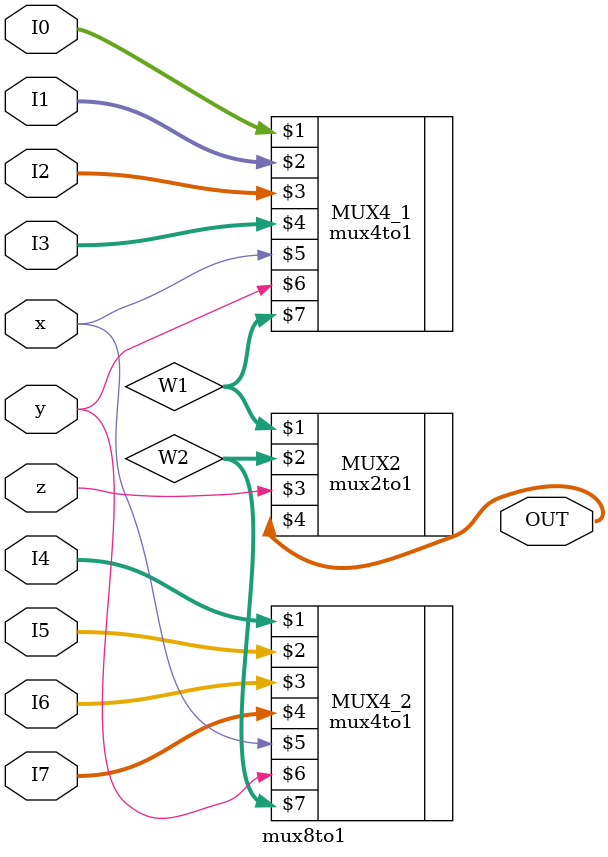
<source format=v>
`timescale 1ns / 1ps


module mux8to1(I0, I1, I2, I3, I4, I5, I6, I7, x, y, z, OUT);

input [3:0] I0, I1, I2, I3, I4, I5, I6, I7;
input x, y, z;
output [3:0] OUT;
wire [3:0] W1, W2;


mux4to1 MUX4_1(I0, I1, I2, I3, x, y, W1);
mux4to1 MUX4_2(I4, I5, I6, I7, x, y, W2);
mux2to1 MUX2(W1, W2, z, OUT);

endmodule

</source>
